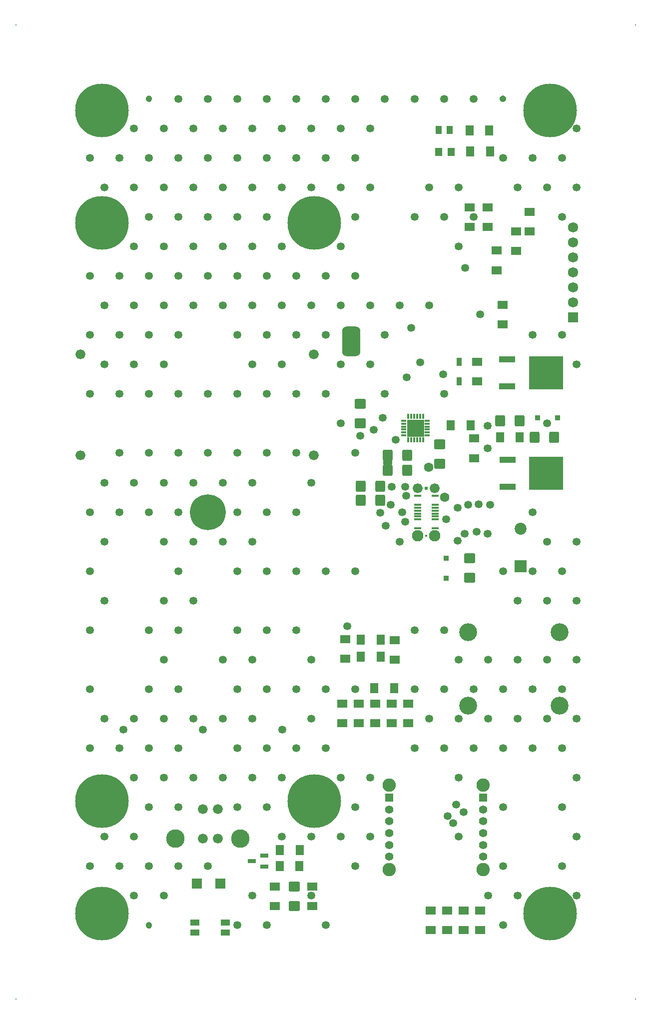
<source format=gts>
G04*
G04 #@! TF.GenerationSoftware,Altium Limited,Altium Designer,25.8.1 (18)*
G04*
G04 Layer_Color=8388736*
%FSLAX44Y44*%
%MOMM*%
G71*
G04*
G04 #@! TF.SameCoordinates,F16540CA-DAB0-446D-89C1-54077F02B76C*
G04*
G04*
G04 #@! TF.FilePolarity,Negative*
G04*
G01*
G75*
G04:AMPARAMS|DCode=62|XSize=1.676mm|YSize=1.896mm|CornerRadius=0.238mm|HoleSize=0mm|Usage=FLASHONLY|Rotation=0.000|XOffset=0mm|YOffset=0mm|HoleType=Round|Shape=RoundedRectangle|*
%AMROUNDEDRECTD62*
21,1,1.6760,1.4200,0,0,0.0*
21,1,1.2000,1.8960,0,0,0.0*
1,1,0.4760,0.6000,-0.7100*
1,1,0.4760,-0.6000,-0.7100*
1,1,0.4760,-0.6000,0.7100*
1,1,0.4760,0.6000,0.7100*
%
%ADD62ROUNDEDRECTD62*%
%ADD63R,0.8260X0.3760*%
%ADD64R,1.2260X0.3760*%
%ADD65R,1.4760X1.8060*%
%ADD66R,1.8060X1.4760*%
%ADD67R,0.9260X0.9260*%
%ADD68R,2.9260X2.9260*%
%ADD69R,0.3760X0.8260*%
G04:AMPARAMS|DCode=70|XSize=1.676mm|YSize=1.896mm|CornerRadius=0.238mm|HoleSize=0mm|Usage=FLASHONLY|Rotation=90.000|XOffset=0mm|YOffset=0mm|HoleType=Round|Shape=RoundedRectangle|*
%AMROUNDEDRECTD70*
21,1,1.6760,1.4200,0,0,90.0*
21,1,1.2000,1.8960,0,0,90.0*
1,1,0.4760,0.7100,0.6000*
1,1,0.4760,0.7100,-0.6000*
1,1,0.4760,-0.7100,-0.6000*
1,1,0.4760,-0.7100,0.6000*
%
%ADD70ROUNDEDRECTD70*%
%ADD71R,0.9260X0.9260*%
%ADD72R,1.3760X0.6760*%
%ADD73R,1.5260X1.0760*%
%ADD74R,2.6760X1.1360*%
%ADD75R,5.7760X5.7080*%
%ADD76R,0.8260X1.3260*%
%ADD77R,0.9760X1.4760*%
%ADD78R,1.1760X1.3760*%
%ADD79R,1.6760X1.7260*%
%ADD80C,0.2032*%
%ADD81C,1.6760*%
%ADD82C,1.7260*%
%ADD83C,1.6000*%
%ADD84C,3.0310*%
%ADD85R,2.0260X2.0260*%
G04:AMPARAMS|DCode=86|XSize=5.076mm|YSize=3.076mm|CornerRadius=0.788mm|HoleSize=0mm|Usage=FLASHONLY|Rotation=90.000|XOffset=0mm|YOffset=0mm|HoleType=Round|Shape=RoundedRectangle|*
%AMROUNDEDRECTD86*
21,1,5.0760,1.5000,0,0,90.0*
21,1,3.5000,3.0760,0,0,90.0*
1,1,1.5760,0.7500,1.7500*
1,1,1.5760,0.7500,-1.7500*
1,1,1.5760,-0.7500,-1.7500*
1,1,1.5760,-0.7500,1.7500*
%
%ADD86ROUNDEDRECTD86*%
%ADD87R,1.7260X1.7260*%
%ADD88C,2.0260*%
%ADD89C,2.2660*%
%ADD90C,1.4130*%
%ADD91R,1.4130X1.4130*%
%ADD92C,0.4060*%
%ADD93C,0.6160*%
%ADD94C,1.9510*%
%ADD95C,3.1240*%
%ADD96C,1.3460*%
%ADD97C,9.0760*%
%ADD98C,6.0760*%
G36*
X301069Y205375D02*
X301141Y205353D01*
X302978Y204592D01*
X303044Y204556D01*
X303102Y204509D01*
X304509Y203102D01*
X304556Y203044D01*
X304592Y202978D01*
X305353Y201141D01*
X305375Y201069D01*
X305382Y200994D01*
Y200000D01*
Y199005D01*
X305375Y198931D01*
X305353Y198859D01*
X304592Y197022D01*
X304556Y196956D01*
X304509Y196898D01*
X303102Y195491D01*
X303044Y195444D01*
X302978Y195408D01*
X301141Y194647D01*
X301069Y194625D01*
X300994Y194618D01*
X299005D01*
X298931Y194625D01*
X298859Y194647D01*
X297022Y195408D01*
X296956Y195444D01*
X296898Y195491D01*
X295491Y196898D01*
X295444Y196956D01*
X295408Y197022D01*
X294647Y198859D01*
X294625Y198931D01*
X294618Y199005D01*
Y200000D01*
Y200994D01*
X294625Y201069D01*
X294647Y201141D01*
X295408Y202978D01*
X295444Y203044D01*
X295491Y203102D01*
X296898Y204509D01*
X296956Y204556D01*
X297022Y204592D01*
X298859Y205353D01*
X298931Y205375D01*
X299005Y205382D01*
X300994D01*
X301069Y205375D01*
D02*
G37*
G36*
Y1605374D02*
X301141Y1605353D01*
X302978Y1604592D01*
X303044Y1604556D01*
X303102Y1604509D01*
X304509Y1603102D01*
X304556Y1603044D01*
X304592Y1602978D01*
X305353Y1601141D01*
X305375Y1601069D01*
X305382Y1600995D01*
Y1600000D01*
Y1599005D01*
X305375Y1598931D01*
X305353Y1598859D01*
X304592Y1597022D01*
X304556Y1596956D01*
X304509Y1596898D01*
X303102Y1595491D01*
X303044Y1595444D01*
X302978Y1595408D01*
X301141Y1594647D01*
X301069Y1594626D01*
X300994Y1594618D01*
X299005D01*
X298931Y1594626D01*
X298859Y1594647D01*
X297022Y1595408D01*
X296956Y1595444D01*
X296898Y1595491D01*
X295491Y1596898D01*
X295444Y1596956D01*
X295408Y1597022D01*
X294647Y1598859D01*
X294625Y1598931D01*
X294618Y1599005D01*
Y1600000D01*
Y1600995D01*
X294625Y1601069D01*
X294647Y1601141D01*
X295408Y1602978D01*
X295444Y1603044D01*
X295491Y1603102D01*
X296898Y1604509D01*
X296956Y1604556D01*
X297022Y1604592D01*
X298859Y1605353D01*
X298931Y1605374D01*
X299005Y1605382D01*
X300994D01*
X301069Y1605374D01*
D02*
G37*
G36*
X901069D02*
X901141Y1605353D01*
X902978Y1604592D01*
X903044Y1604556D01*
X903102Y1604509D01*
X904509Y1603102D01*
X904556Y1603044D01*
X904592Y1602978D01*
X905353Y1601141D01*
X905375Y1601069D01*
X905382Y1600995D01*
Y1600000D01*
Y1599005D01*
X905375Y1598931D01*
X905353Y1598859D01*
X904592Y1597022D01*
X904556Y1596956D01*
X904509Y1596898D01*
X903102Y1595491D01*
X903044Y1595444D01*
X902978Y1595408D01*
X901141Y1594647D01*
X901069Y1594626D01*
X900994Y1594618D01*
X899005D01*
X898931Y1594626D01*
X898859Y1594647D01*
X897022Y1595408D01*
X896956Y1595444D01*
X896898Y1595491D01*
X895491Y1596898D01*
X895444Y1596956D01*
X895408Y1597022D01*
X894647Y1598859D01*
X894625Y1598931D01*
X894618Y1599005D01*
Y1600000D01*
Y1600995D01*
X894625Y1601069D01*
X894647Y1601141D01*
X895408Y1602978D01*
X895444Y1603044D01*
X895491Y1603102D01*
X896898Y1604509D01*
X896956Y1604556D01*
X897022Y1604592D01*
X898859Y1605353D01*
X898931Y1605374D01*
X899005Y1605382D01*
X900994D01*
X901069Y1605374D01*
D02*
G37*
D62*
X658785Y943501D02*
D03*
X691985D02*
D03*
X987020Y1026413D02*
D03*
X704900Y995820D02*
D03*
X704269Y970420D02*
D03*
X659180Y919620D02*
D03*
X692380D02*
D03*
X738100Y995820D02*
D03*
X737470Y970420D02*
D03*
X953820Y1026413D02*
D03*
X928600Y1054240D02*
D03*
X895400D02*
D03*
D63*
X731980Y1049800D02*
D03*
Y1029800D02*
D03*
Y1034800D02*
D03*
Y1039800D02*
D03*
Y1044800D02*
D03*
Y1054800D02*
D03*
X771980D02*
D03*
Y1049800D02*
D03*
Y1044800D02*
D03*
Y1034800D02*
D03*
Y1029800D02*
D03*
Y1039800D02*
D03*
D64*
X784850Y907500D02*
D03*
Y927500D02*
D03*
X755150D02*
D03*
X784850Y872500D02*
D03*
X755150D02*
D03*
Y892500D02*
D03*
Y897500D02*
D03*
Y902500D02*
D03*
Y907500D02*
D03*
X784850Y902500D02*
D03*
Y897500D02*
D03*
Y892500D02*
D03*
X755150Y887500D02*
D03*
Y912500D02*
D03*
X784850Y887500D02*
D03*
Y912500D02*
D03*
D65*
X877995Y1510560D02*
D03*
X876768Y1546120D02*
D03*
X715400Y602007D02*
D03*
X555380Y327687D02*
D03*
X692620Y683513D02*
D03*
X659020D02*
D03*
X658940Y655347D02*
D03*
X692540D02*
D03*
X681800Y602007D02*
D03*
X811420Y1046733D02*
D03*
X845020D02*
D03*
X894920Y1026413D02*
D03*
X928520D02*
D03*
X844395Y1510560D02*
D03*
X843168Y1546120D02*
D03*
X521780Y327687D02*
D03*
X521480Y299973D02*
D03*
X555080D02*
D03*
D66*
X843533Y1416440D02*
D03*
X833147Y191660D02*
D03*
X861087D02*
D03*
X632713Y684920D02*
D03*
X711453Y575700D02*
D03*
X655573D02*
D03*
X805207Y191660D02*
D03*
X777267D02*
D03*
X627633Y575700D02*
D03*
X576607Y232300D02*
D03*
X513333Y265820D02*
D03*
X873787Y1416520D02*
D03*
Y1382920D02*
D03*
X716307Y683337D02*
D03*
Y649737D02*
D03*
X683513Y542100D02*
D03*
Y575700D02*
D03*
X711453Y542100D02*
D03*
X739167Y575780D02*
D03*
Y542180D02*
D03*
X777267Y225260D02*
D03*
X805207D02*
D03*
X833147D02*
D03*
X861087D02*
D03*
X632713Y651320D02*
D03*
X655573Y542100D02*
D03*
X627633D02*
D03*
X851153Y1024990D02*
D03*
Y991390D02*
D03*
X856233Y1154820D02*
D03*
Y1121220D02*
D03*
X899413Y1217740D02*
D03*
Y1251340D02*
D03*
X944907Y1408900D02*
D03*
Y1375300D02*
D03*
X922047Y1375880D02*
D03*
Y1342280D02*
D03*
X889140Y1343085D02*
D03*
Y1309484D02*
D03*
X843533Y1382840D02*
D03*
X576607Y265900D02*
D03*
X513333Y232220D02*
D03*
D67*
X992250Y1059320D02*
D03*
X958750D02*
D03*
D68*
X751980Y1042300D02*
D03*
D69*
X754480Y1022300D02*
D03*
X739480D02*
D03*
X764480D02*
D03*
X759480D02*
D03*
X749480D02*
D03*
X744480D02*
D03*
X739480Y1062300D02*
D03*
X749480D02*
D03*
X754480D02*
D03*
X759480D02*
D03*
X764480D02*
D03*
X744480D02*
D03*
D70*
X792620Y981760D02*
D03*
X658000Y1083540D02*
D03*
X843420Y788720D02*
D03*
X658000Y1050340D02*
D03*
X843420Y821920D02*
D03*
X792620Y1014960D02*
D03*
X546240Y265660D02*
D03*
Y232460D02*
D03*
D71*
X803670Y788250D02*
D03*
Y821750D02*
D03*
D72*
X495780Y317973D02*
D03*
X474780Y308473D02*
D03*
X495780Y298973D02*
D03*
D73*
X429750Y187220D02*
D03*
X378250D02*
D03*
Y204220D02*
D03*
X429750D02*
D03*
D74*
X907870Y942490D02*
D03*
Y988210D02*
D03*
X907460Y1112650D02*
D03*
Y1158370D02*
D03*
D75*
X973370Y965360D02*
D03*
X972960Y1135520D02*
D03*
D76*
X825640Y1121560D02*
D03*
Y1154560D02*
D03*
D77*
X790740Y1547000D02*
D03*
X809740D02*
D03*
D78*
X791008Y1510447D02*
D03*
X812008D02*
D03*
D79*
X421460Y270628D02*
D03*
X381460D02*
D03*
D80*
X1125000Y75000D02*
D03*
X75000D02*
D03*
Y1725000D02*
D03*
X1125000D02*
D03*
D81*
X579260Y995820D02*
D03*
X184320D02*
D03*
X184285Y1167270D02*
D03*
X579255D02*
D03*
X755700Y940000D02*
D03*
X784300D02*
D03*
X391300Y396380D02*
D03*
Y346380D02*
D03*
X416700D02*
D03*
Y396380D02*
D03*
D82*
X1018680Y1381900D02*
D03*
Y1356500D02*
D03*
Y1331100D02*
D03*
Y1305700D02*
D03*
Y1280300D02*
D03*
Y1254900D02*
D03*
D83*
X800900Y924700D02*
D03*
X751980Y1042300D02*
D03*
X774065Y975500D02*
D03*
X704900Y984220D02*
D03*
D84*
X995880Y571640D02*
D03*
X840880D02*
D03*
Y696100D02*
D03*
X995880D02*
D03*
D85*
X929780Y807860D02*
D03*
D86*
X642760Y1188860D02*
D03*
D87*
X1018680Y1229500D02*
D03*
D88*
X929780Y871360D02*
D03*
D89*
X866100Y294540D02*
D03*
Y437540D02*
D03*
X707400Y294540D02*
D03*
Y437540D02*
D03*
D90*
X866100Y316040D02*
D03*
Y336040D02*
D03*
Y356040D02*
D03*
Y376040D02*
D03*
Y396040D02*
D03*
X707400Y316040D02*
D03*
Y336040D02*
D03*
Y356040D02*
D03*
Y376040D02*
D03*
Y396040D02*
D03*
D91*
X866100Y416040D02*
D03*
X707400D02*
D03*
D92*
X770000Y860000D02*
D03*
D93*
Y940000D02*
D03*
D94*
X755700Y860000D02*
D03*
X784300D02*
D03*
D95*
X344940Y346380D02*
D03*
X454607Y346380D02*
D03*
D96*
X717949Y1022070D02*
D03*
X711834Y942734D02*
D03*
X734112Y942698D02*
D03*
X696100Y1059320D02*
D03*
X681180Y1039570D02*
D03*
X636459Y706260D02*
D03*
X1025000Y1550000D02*
D03*
X1000000Y1500000D02*
D03*
X900000D02*
D03*
X950000D02*
D03*
X1025000Y1450000D02*
D03*
X1000000Y1400000D02*
D03*
X925000Y1450000D02*
D03*
X975000D02*
D03*
X850000Y1600000D02*
D03*
X825000Y1450000D02*
D03*
X800000Y1600000D02*
D03*
X750000D02*
D03*
X775000Y1450000D02*
D03*
X850000Y1400000D02*
D03*
X825000Y1350000D02*
D03*
X750000Y1400000D02*
D03*
X800000D02*
D03*
X1025000Y1150000D02*
D03*
X1000000Y1200000D02*
D03*
X950000D02*
D03*
X800000Y1100000D02*
D03*
X975000Y1050000D02*
D03*
X775000Y1250000D02*
D03*
X700000Y1600000D02*
D03*
X675000Y1550000D02*
D03*
Y1450000D02*
D03*
X650000Y1500000D02*
D03*
Y1600000D02*
D03*
Y1400000D02*
D03*
X725000Y1250000D02*
D03*
X675000D02*
D03*
X700000Y1200000D02*
D03*
X650000Y1300000D02*
D03*
X625000Y1250000D02*
D03*
Y1550000D02*
D03*
X600000Y1600000D02*
D03*
Y1500000D02*
D03*
X575000Y1550000D02*
D03*
Y1450000D02*
D03*
X625000Y1350000D02*
D03*
Y1450000D02*
D03*
X600000Y1200000D02*
D03*
Y1300000D02*
D03*
X575000Y1250000D02*
D03*
X700000Y1100000D02*
D03*
X675000Y1150000D02*
D03*
X625000D02*
D03*
X600000Y1100000D02*
D03*
X650000Y1000000D02*
D03*
X625000Y1050000D02*
D03*
X575000Y950000D02*
D03*
X1025000Y850000D02*
D03*
X1000000Y800000D02*
D03*
X1025000Y750000D02*
D03*
X975000Y850000D02*
D03*
X950000Y800000D02*
D03*
X975000Y750000D02*
D03*
X1025000Y650000D02*
D03*
X1000000Y600000D02*
D03*
X975000Y650000D02*
D03*
X950000Y600000D02*
D03*
Y900000D02*
D03*
X925000Y750000D02*
D03*
X900000Y800000D02*
D03*
X925000Y650000D02*
D03*
X875000D02*
D03*
X900000Y600000D02*
D03*
X850000D02*
D03*
X1025000Y450000D02*
D03*
Y550000D02*
D03*
X1000000Y400000D02*
D03*
X975000Y550000D02*
D03*
X950000Y500000D02*
D03*
X1000000D02*
D03*
X1025000Y350000D02*
D03*
Y250000D02*
D03*
X1000000Y300000D02*
D03*
X925000Y250000D02*
D03*
Y550000D02*
D03*
X900000Y500000D02*
D03*
Y400000D02*
D03*
X875000Y550000D02*
D03*
X850000Y500000D02*
D03*
X900000Y300000D02*
D03*
X875000Y250000D02*
D03*
X900000Y200000D02*
D03*
X800000Y700000D02*
D03*
X725000Y850000D02*
D03*
X750000Y700000D02*
D03*
X825000Y650000D02*
D03*
X750000Y600000D02*
D03*
X800000D02*
D03*
X650000Y800000D02*
D03*
X600000D02*
D03*
X650000Y600000D02*
D03*
X575000Y650000D02*
D03*
X600000Y600000D02*
D03*
X825000Y550000D02*
D03*
X775000D02*
D03*
X800000Y500000D02*
D03*
X750000D02*
D03*
X675000Y450000D02*
D03*
X825000Y350000D02*
D03*
Y450000D02*
D03*
X675000Y350000D02*
D03*
X625000Y450000D02*
D03*
X650000Y400000D02*
D03*
X575000Y550000D02*
D03*
X600000Y500000D02*
D03*
X650000Y300000D02*
D03*
X625000Y350000D02*
D03*
X600000Y200000D02*
D03*
X575000Y350000D02*
D03*
Y250000D02*
D03*
X550000Y1600000D02*
D03*
X525000Y1550000D02*
D03*
X550000Y1500000D02*
D03*
X500000Y1600000D02*
D03*
X475000Y1550000D02*
D03*
X500000Y1500000D02*
D03*
X525000Y1450000D02*
D03*
X500000Y1400000D02*
D03*
X525000Y1350000D02*
D03*
X475000Y1450000D02*
D03*
Y1350000D02*
D03*
X450000Y1600000D02*
D03*
X425000Y1550000D02*
D03*
X450000Y1500000D02*
D03*
X400000Y1600000D02*
D03*
Y1500000D02*
D03*
X450000Y1400000D02*
D03*
X425000Y1450000D02*
D03*
Y1350000D02*
D03*
X375000Y1450000D02*
D03*
X400000Y1400000D02*
D03*
X550000Y1200000D02*
D03*
Y1300000D02*
D03*
X525000Y1150000D02*
D03*
Y1250000D02*
D03*
X500000Y1300000D02*
D03*
Y1200000D02*
D03*
X550000Y1100000D02*
D03*
X500000Y1000000D02*
D03*
X550000D02*
D03*
X500000Y1100000D02*
D03*
X475000Y950000D02*
D03*
Y1250000D02*
D03*
X450000Y1300000D02*
D03*
Y1200000D02*
D03*
X400000Y1300000D02*
D03*
X425000Y1250000D02*
D03*
X475000Y1150000D02*
D03*
X450000Y1100000D02*
D03*
Y1000000D02*
D03*
X400000Y1100000D02*
D03*
Y1000000D02*
D03*
X375000Y1550000D02*
D03*
X350000Y1600000D02*
D03*
Y1500000D02*
D03*
X325000Y1450000D02*
D03*
Y1550000D02*
D03*
X300000Y1400000D02*
D03*
X375000Y1350000D02*
D03*
X350000Y1400000D02*
D03*
Y1300000D02*
D03*
X325000Y1350000D02*
D03*
X300000Y1300000D02*
D03*
X275000Y1550000D02*
D03*
X300000Y1500000D02*
D03*
X200000D02*
D03*
X250000D02*
D03*
X275000Y1350000D02*
D03*
Y1450000D02*
D03*
X250000Y1300000D02*
D03*
X225000Y1450000D02*
D03*
X200000Y1300000D02*
D03*
X375000Y1250000D02*
D03*
X350000Y1200000D02*
D03*
X325000Y1150000D02*
D03*
Y1250000D02*
D03*
X300000Y1200000D02*
D03*
X275000Y1150000D02*
D03*
X350000Y1100000D02*
D03*
X300000Y1000000D02*
D03*
X350000D02*
D03*
X300000Y1100000D02*
D03*
X275000Y950000D02*
D03*
Y1250000D02*
D03*
X225000D02*
D03*
X250000Y1200000D02*
D03*
X200000D02*
D03*
X250000Y1000000D02*
D03*
Y1100000D02*
D03*
X225000Y950000D02*
D03*
Y1150000D02*
D03*
X200000Y1100000D02*
D03*
X550000Y800000D02*
D03*
Y900000D02*
D03*
X500000Y800000D02*
D03*
Y900000D02*
D03*
Y700000D02*
D03*
X550000D02*
D03*
Y600000D02*
D03*
X475000Y650000D02*
D03*
X500000Y600000D02*
D03*
X450000Y900000D02*
D03*
X425000Y850000D02*
D03*
X475000D02*
D03*
X425000Y950000D02*
D03*
X375000Y850000D02*
D03*
X450000Y700000D02*
D03*
Y800000D02*
D03*
Y600000D02*
D03*
X375000Y750000D02*
D03*
X425000Y650000D02*
D03*
X550000Y500000D02*
D03*
X525000Y350000D02*
D03*
Y450000D02*
D03*
X500000Y500000D02*
D03*
Y400000D02*
D03*
Y200000D02*
D03*
X475000Y250000D02*
D03*
Y550000D02*
D03*
X425000D02*
D03*
X450000Y500000D02*
D03*
X375000Y550000D02*
D03*
Y450000D02*
D03*
X475000D02*
D03*
X450000Y400000D02*
D03*
Y200000D02*
D03*
X425000Y450000D02*
D03*
X400000Y300000D02*
D03*
X375000Y950000D02*
D03*
X350000Y900000D02*
D03*
Y800000D02*
D03*
X325000Y850000D02*
D03*
Y950000D02*
D03*
X350000Y700000D02*
D03*
X325000Y650000D02*
D03*
X350000Y600000D02*
D03*
X325000Y750000D02*
D03*
X300000Y700000D02*
D03*
Y900000D02*
D03*
X250000D02*
D03*
X200000D02*
D03*
X225000Y850000D02*
D03*
Y750000D02*
D03*
X200000Y600000D02*
D03*
Y800000D02*
D03*
Y700000D02*
D03*
X350000Y500000D02*
D03*
X325000Y550000D02*
D03*
Y450000D02*
D03*
X300000Y500000D02*
D03*
Y600000D02*
D03*
Y400000D02*
D03*
X350000Y300000D02*
D03*
Y400000D02*
D03*
X325000Y250000D02*
D03*
X300000Y300000D02*
D03*
X275000Y250000D02*
D03*
Y550000D02*
D03*
X250000Y500000D02*
D03*
X275000Y450000D02*
D03*
X225000Y550000D02*
D03*
X200000Y500000D02*
D03*
X275000Y350000D02*
D03*
X250000Y300000D02*
D03*
X225000Y350000D02*
D03*
X200000Y300000D02*
D03*
X658000Y1028840D02*
D03*
X873780Y862955D02*
D03*
X878188Y912660D02*
D03*
X873900Y1008230D02*
D03*
Y1046240D02*
D03*
X840880Y912660D02*
D03*
X858660Y913160D02*
D03*
X798970Y1132980D02*
D03*
X710070Y912500D02*
D03*
X823100Y851040D02*
D03*
X855020Y866489D02*
D03*
X835420Y862955D02*
D03*
X803670Y887500D02*
D03*
X823100Y906920D02*
D03*
X806119Y384479D02*
D03*
X816017Y372891D02*
D03*
X833260Y391300D02*
D03*
X820560Y404000D02*
D03*
X744360Y1211720D02*
D03*
X759480Y1153300D02*
D03*
X736740Y1127900D02*
D03*
X835800Y1313320D02*
D03*
X861200Y1234580D02*
D03*
X701180Y876440D02*
D03*
X692380Y899172D02*
D03*
X736330Y927620D02*
D03*
X256680Y531000D02*
D03*
X391300D02*
D03*
X525920D02*
D03*
X734200Y883464D02*
D03*
X729120Y899300D02*
D03*
D97*
X980000Y1580000D02*
D03*
Y220000D02*
D03*
X220000Y1580000D02*
D03*
Y220000D02*
D03*
Y410000D02*
D03*
X580000D02*
D03*
Y1390000D02*
D03*
X220000D02*
D03*
D98*
X400000Y900000D02*
D03*
M02*

</source>
